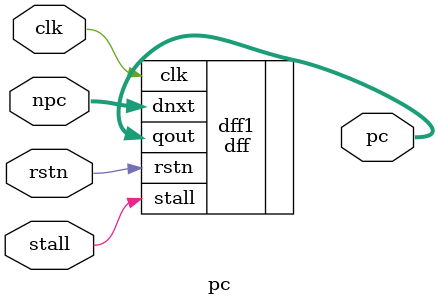
<source format=v>


module pc(
    input         clk,
    input         rstn,
    input         stall,
    input [31:0]  npc,
    output [31:0] pc
);

 wire en;
 //assign en = ~stall;

 dff  dff1 (
    .clk(clk),
    .rstn(rstn),
    .stall(stall),
    .dnxt(npc),
    .qout(pc)
);

endmodule

 
</source>
